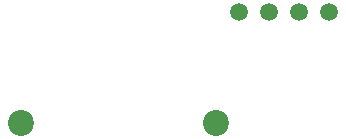
<source format=gbs>
G04 (created by PCBNEW (2013-jul-07)-stable) date Wed 26 Aug 2015 08:58:33 PM EDT*
%MOIN*%
G04 Gerber Fmt 3.4, Leading zero omitted, Abs format*
%FSLAX34Y34*%
G01*
G70*
G90*
G04 APERTURE LIST*
%ADD10C,0.00590551*%
%ADD11C,0.0866142*%
%ADD12C,0.0590551*%
G04 APERTURE END LIST*
G54D10*
G54D11*
X106397Y-50787D03*
G54D12*
X107165Y-47090D03*
X109165Y-47090D03*
X108165Y-47090D03*
X110165Y-47090D03*
G54D11*
X99901Y-50787D03*
M02*

</source>
